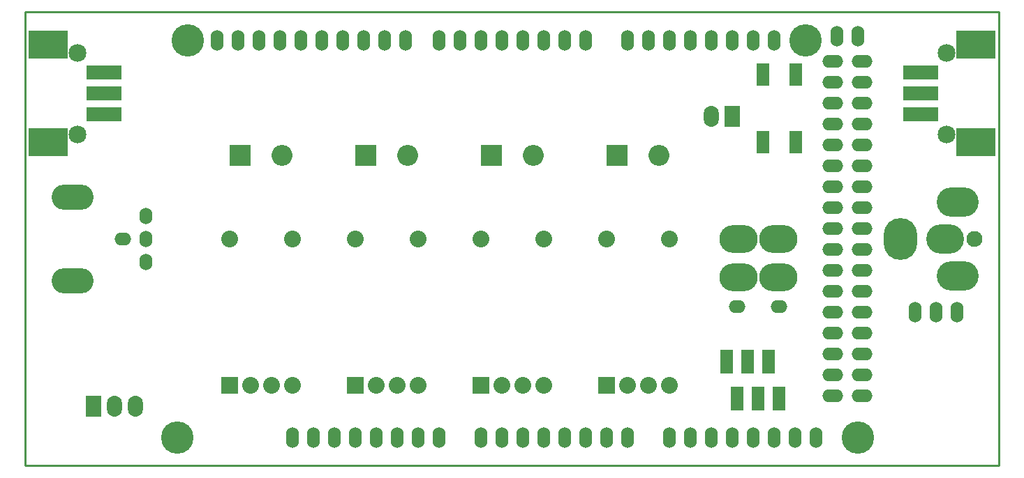
<source format=gts>
G04 #@! TF.FileFunction,Soldermask,Top*
%FSLAX46Y46*%
G04 Gerber Fmt 4.6, Leading zero omitted, Abs format (unit mm)*
G04 Created by KiCad (PCBNEW 0.201601280801+6517~42~ubuntu14.04.1-product) date Tue 09 Feb 2016 11:09:55 AM EST*
%MOMM*%
G01*
G04 APERTURE LIST*
%ADD10C,0.100000*%
%ADD11C,0.228600*%
%ADD12O,1.854200X2.540000*%
%ADD13R,1.854200X2.540000*%
%ADD14R,1.590040X2.667000*%
%ADD15C,1.930400*%
%ADD16O,4.572000X3.556000*%
%ADD17O,4.064000X5.080000*%
%ADD18O,5.080000X3.556000*%
%ADD19O,1.524000X2.540000*%
%ADD20C,3.937000*%
%ADD21O,2.540000X1.524000*%
%ADD22R,1.498600X2.997200*%
%ADD23O,5.080000X3.048000*%
%ADD24O,2.032000X1.524000*%
%ADD25O,1.524000X2.032000*%
%ADD26O,4.648200X3.378200*%
%ADD27R,2.540000X2.540000*%
%ADD28O,2.540000X2.540000*%
%ADD29R,2.032000X2.032000*%
%ADD30C,2.032000*%
%ADD31R,4.191000X1.778000*%
%ADD32C,2.159000*%
%ADD33R,4.826000X3.454400*%
G04 APERTURE END LIST*
D10*
D11*
X211455000Y-75311000D02*
X93345000Y-75311000D01*
X211455000Y-130429000D02*
X211455000Y-75311000D01*
X93345000Y-130429000D02*
X211455000Y-130429000D01*
X93345000Y-75311000D02*
X93345000Y-130429000D01*
D12*
X104140000Y-123190000D03*
X106680000Y-123190000D03*
D13*
X101600000Y-123190000D03*
D14*
X182786020Y-82867500D03*
X182786020Y-91122500D03*
X186783980Y-82867500D03*
X186783980Y-91122500D03*
D15*
X208457800Y-102870000D03*
D16*
X204952600Y-102870000D03*
D17*
X199466200Y-102870000D03*
D18*
X206451200Y-98374200D03*
X206451200Y-107365800D03*
D19*
X203835000Y-111760000D03*
X206375000Y-111760000D03*
X201295000Y-111760000D03*
D20*
X111760000Y-127000000D03*
X113030000Y-78740000D03*
X194310000Y-127000000D03*
X187960000Y-78740000D03*
D19*
X125730000Y-127000000D03*
X128270000Y-127000000D03*
X130810000Y-127000000D03*
X133350000Y-127000000D03*
X135890000Y-127000000D03*
X138430000Y-127000000D03*
X140970000Y-127000000D03*
X143510000Y-127000000D03*
X148590000Y-127000000D03*
X151130000Y-127000000D03*
X153670000Y-127000000D03*
X156210000Y-127000000D03*
X158750000Y-127000000D03*
X161290000Y-127000000D03*
X163830000Y-127000000D03*
X166370000Y-127000000D03*
X171450000Y-127000000D03*
X173990000Y-127000000D03*
X176530000Y-127000000D03*
X179070000Y-127000000D03*
X181610000Y-127000000D03*
X184150000Y-127000000D03*
X186690000Y-127000000D03*
X189230000Y-127000000D03*
X116586000Y-78740000D03*
X119126000Y-78740000D03*
X121666000Y-78740000D03*
X124206000Y-78740000D03*
X126746000Y-78740000D03*
X129286000Y-78740000D03*
X131826000Y-78740000D03*
X134366000Y-78740000D03*
X136906000Y-78740000D03*
X139446000Y-78740000D03*
X143510000Y-78740000D03*
X161290000Y-78740000D03*
X158750000Y-78740000D03*
X156210000Y-78740000D03*
X153670000Y-78740000D03*
X151130000Y-78740000D03*
X148590000Y-78740000D03*
X146050000Y-78740000D03*
X166370000Y-78740000D03*
X168910000Y-78740000D03*
X171450000Y-78740000D03*
X173990000Y-78740000D03*
X176530000Y-78740000D03*
X179070000Y-78740000D03*
X181610000Y-78740000D03*
X184150000Y-78740000D03*
X191770000Y-78232000D03*
X194310000Y-78232000D03*
D21*
X191262000Y-81280000D03*
X194818000Y-81280000D03*
X191262000Y-83820000D03*
X194818000Y-83820000D03*
X191262000Y-86360000D03*
X194818000Y-86360000D03*
X191262000Y-88900000D03*
X194818000Y-88900000D03*
X191262000Y-91440000D03*
X194818000Y-91440000D03*
X191262000Y-93980000D03*
X194818000Y-93980000D03*
X191262000Y-96520000D03*
X194818000Y-96520000D03*
X191262000Y-99060000D03*
X194818000Y-99060000D03*
X191262000Y-101600000D03*
X194818000Y-101600000D03*
X191262000Y-104140000D03*
X194818000Y-104140000D03*
X191262000Y-106680000D03*
X194818000Y-106680000D03*
X191262000Y-109220000D03*
X194818000Y-109220000D03*
X191262000Y-111760000D03*
X194818000Y-111760000D03*
X191262000Y-114300000D03*
X194818000Y-114300000D03*
X191262000Y-116840000D03*
X194818000Y-116840000D03*
X191262000Y-119380000D03*
X194818000Y-119380000D03*
X191262000Y-121920000D03*
X194818000Y-121920000D03*
D22*
X178435000Y-117754400D03*
X179705000Y-122275600D03*
X180975000Y-117754400D03*
X182245000Y-122275600D03*
X183515000Y-117754400D03*
X184785000Y-122275600D03*
D12*
X176530000Y-88011000D03*
D13*
X179070000Y-88011000D03*
D23*
X99060000Y-107950000D03*
X99060000Y-97790000D03*
D24*
X105156000Y-102870000D03*
D25*
X107950000Y-102870000D03*
X107950000Y-100076000D03*
X107950000Y-105664000D03*
D26*
X179844700Y-107569000D03*
X179844700Y-102870000D03*
X184645300Y-102870000D03*
X184645300Y-107569000D03*
D24*
X184785000Y-111125000D03*
X179705000Y-111125000D03*
D27*
X119380000Y-92710000D03*
D28*
X124460000Y-92710000D03*
D27*
X134620000Y-92710000D03*
D28*
X139700000Y-92710000D03*
D27*
X149860000Y-92710000D03*
D28*
X154940000Y-92710000D03*
D27*
X165100000Y-92710000D03*
D28*
X170180000Y-92710000D03*
D29*
X163830000Y-120650000D03*
D30*
X166370000Y-120650000D03*
X168910000Y-120650000D03*
X171450000Y-120650000D03*
X171450000Y-102870000D03*
X163830000Y-102870000D03*
D29*
X148590000Y-120650000D03*
D30*
X151130000Y-120650000D03*
X153670000Y-120650000D03*
X156210000Y-120650000D03*
X156210000Y-102870000D03*
X148590000Y-102870000D03*
D29*
X133350000Y-120650000D03*
D30*
X135890000Y-120650000D03*
X138430000Y-120650000D03*
X140970000Y-120650000D03*
X140970000Y-102870000D03*
X133350000Y-102870000D03*
D29*
X118110000Y-120650000D03*
D30*
X120650000Y-120650000D03*
X123190000Y-120650000D03*
X125730000Y-120650000D03*
X125730000Y-102870000D03*
X118110000Y-102870000D03*
D31*
X201930000Y-82677000D03*
X201930000Y-85217000D03*
X201930000Y-87757000D03*
D32*
X205105000Y-80264000D03*
X205105000Y-90170000D03*
D33*
X208661000Y-79298800D03*
X208661000Y-91135200D03*
D31*
X102870000Y-87757000D03*
X102870000Y-85217000D03*
X102870000Y-82677000D03*
D32*
X99695000Y-90170000D03*
X99695000Y-80264000D03*
D33*
X96139000Y-91135200D03*
X96139000Y-79298800D03*
M02*

</source>
